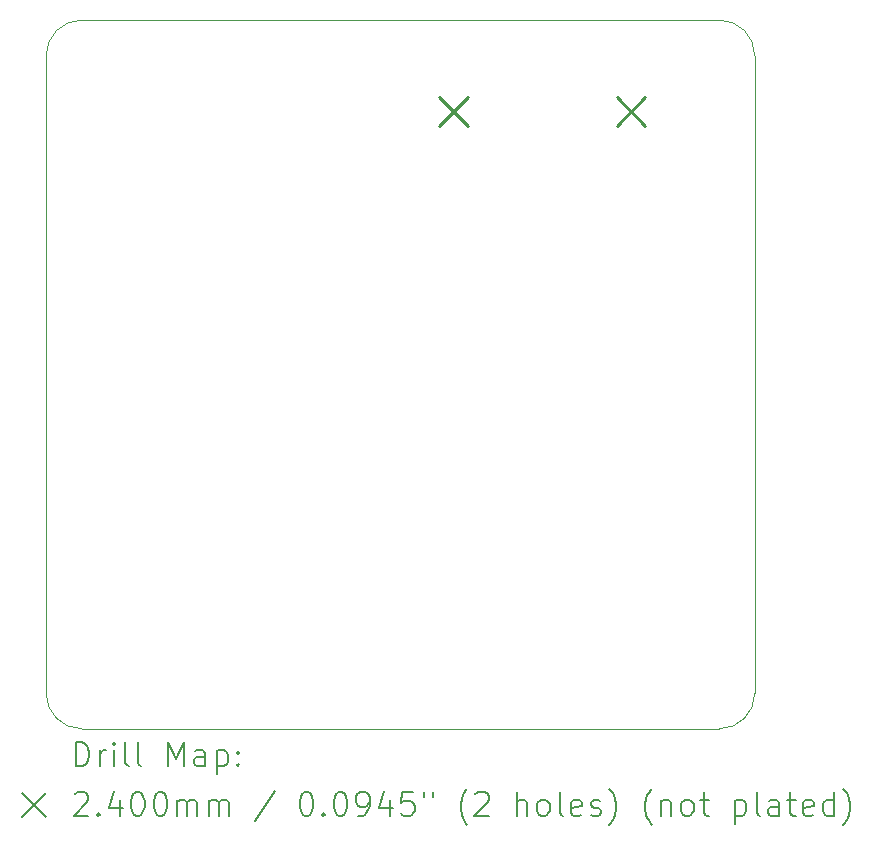
<source format=gbr>
%FSLAX45Y45*%
G04 Gerber Fmt 4.5, Leading zero omitted, Abs format (unit mm)*
G04 Created by KiCad (PCBNEW (6.0.2)) date 2022-04-04 11:25:59*
%MOMM*%
%LPD*%
G01*
G04 APERTURE LIST*
%TA.AperFunction,Profile*%
%ADD10C,0.100000*%
%TD*%
%ADD11C,0.200000*%
%ADD12C,0.240000*%
G04 APERTURE END LIST*
D10*
X17700000Y-14100000D02*
G75*
G03*
X18000000Y-13800000I0J300000D01*
G01*
X18000000Y-8400000D02*
X18000000Y-13800000D01*
X12300000Y-8100000D02*
G75*
G03*
X12000000Y-8400000I0J-300000D01*
G01*
X12000000Y-13800000D02*
G75*
G03*
X12300000Y-14100000I300000J0D01*
G01*
X12000000Y-13800000D02*
X12000000Y-8400000D01*
X12300000Y-8100000D02*
X17700000Y-8100000D01*
X12300000Y-14100000D02*
X17700000Y-14100000D01*
X18000000Y-8400000D02*
G75*
G03*
X17700000Y-8100000I-300000J0D01*
G01*
D11*
D12*
X15330000Y-8752500D02*
X15570000Y-8992500D01*
X15570000Y-8752500D02*
X15330000Y-8992500D01*
X16830000Y-8752500D02*
X17070000Y-8992500D01*
X17070000Y-8752500D02*
X16830000Y-8992500D01*
D11*
X12252619Y-14415476D02*
X12252619Y-14215476D01*
X12300238Y-14215476D01*
X12328809Y-14225000D01*
X12347857Y-14244048D01*
X12357381Y-14263095D01*
X12366905Y-14301190D01*
X12366905Y-14329762D01*
X12357381Y-14367857D01*
X12347857Y-14386905D01*
X12328809Y-14405952D01*
X12300238Y-14415476D01*
X12252619Y-14415476D01*
X12452619Y-14415476D02*
X12452619Y-14282143D01*
X12452619Y-14320238D02*
X12462143Y-14301190D01*
X12471667Y-14291667D01*
X12490714Y-14282143D01*
X12509762Y-14282143D01*
X12576428Y-14415476D02*
X12576428Y-14282143D01*
X12576428Y-14215476D02*
X12566905Y-14225000D01*
X12576428Y-14234524D01*
X12585952Y-14225000D01*
X12576428Y-14215476D01*
X12576428Y-14234524D01*
X12700238Y-14415476D02*
X12681190Y-14405952D01*
X12671667Y-14386905D01*
X12671667Y-14215476D01*
X12805000Y-14415476D02*
X12785952Y-14405952D01*
X12776428Y-14386905D01*
X12776428Y-14215476D01*
X13033571Y-14415476D02*
X13033571Y-14215476D01*
X13100238Y-14358333D01*
X13166905Y-14215476D01*
X13166905Y-14415476D01*
X13347857Y-14415476D02*
X13347857Y-14310714D01*
X13338333Y-14291667D01*
X13319286Y-14282143D01*
X13281190Y-14282143D01*
X13262143Y-14291667D01*
X13347857Y-14405952D02*
X13328809Y-14415476D01*
X13281190Y-14415476D01*
X13262143Y-14405952D01*
X13252619Y-14386905D01*
X13252619Y-14367857D01*
X13262143Y-14348809D01*
X13281190Y-14339286D01*
X13328809Y-14339286D01*
X13347857Y-14329762D01*
X13443095Y-14282143D02*
X13443095Y-14482143D01*
X13443095Y-14291667D02*
X13462143Y-14282143D01*
X13500238Y-14282143D01*
X13519286Y-14291667D01*
X13528809Y-14301190D01*
X13538333Y-14320238D01*
X13538333Y-14377381D01*
X13528809Y-14396428D01*
X13519286Y-14405952D01*
X13500238Y-14415476D01*
X13462143Y-14415476D01*
X13443095Y-14405952D01*
X13624048Y-14396428D02*
X13633571Y-14405952D01*
X13624048Y-14415476D01*
X13614524Y-14405952D01*
X13624048Y-14396428D01*
X13624048Y-14415476D01*
X13624048Y-14291667D02*
X13633571Y-14301190D01*
X13624048Y-14310714D01*
X13614524Y-14301190D01*
X13624048Y-14291667D01*
X13624048Y-14310714D01*
X11795000Y-14645000D02*
X11995000Y-14845000D01*
X11995000Y-14645000D02*
X11795000Y-14845000D01*
X12243095Y-14654524D02*
X12252619Y-14645000D01*
X12271667Y-14635476D01*
X12319286Y-14635476D01*
X12338333Y-14645000D01*
X12347857Y-14654524D01*
X12357381Y-14673571D01*
X12357381Y-14692619D01*
X12347857Y-14721190D01*
X12233571Y-14835476D01*
X12357381Y-14835476D01*
X12443095Y-14816428D02*
X12452619Y-14825952D01*
X12443095Y-14835476D01*
X12433571Y-14825952D01*
X12443095Y-14816428D01*
X12443095Y-14835476D01*
X12624048Y-14702143D02*
X12624048Y-14835476D01*
X12576428Y-14625952D02*
X12528809Y-14768809D01*
X12652619Y-14768809D01*
X12766905Y-14635476D02*
X12785952Y-14635476D01*
X12805000Y-14645000D01*
X12814524Y-14654524D01*
X12824048Y-14673571D01*
X12833571Y-14711667D01*
X12833571Y-14759286D01*
X12824048Y-14797381D01*
X12814524Y-14816428D01*
X12805000Y-14825952D01*
X12785952Y-14835476D01*
X12766905Y-14835476D01*
X12747857Y-14825952D01*
X12738333Y-14816428D01*
X12728809Y-14797381D01*
X12719286Y-14759286D01*
X12719286Y-14711667D01*
X12728809Y-14673571D01*
X12738333Y-14654524D01*
X12747857Y-14645000D01*
X12766905Y-14635476D01*
X12957381Y-14635476D02*
X12976428Y-14635476D01*
X12995476Y-14645000D01*
X13005000Y-14654524D01*
X13014524Y-14673571D01*
X13024048Y-14711667D01*
X13024048Y-14759286D01*
X13014524Y-14797381D01*
X13005000Y-14816428D01*
X12995476Y-14825952D01*
X12976428Y-14835476D01*
X12957381Y-14835476D01*
X12938333Y-14825952D01*
X12928809Y-14816428D01*
X12919286Y-14797381D01*
X12909762Y-14759286D01*
X12909762Y-14711667D01*
X12919286Y-14673571D01*
X12928809Y-14654524D01*
X12938333Y-14645000D01*
X12957381Y-14635476D01*
X13109762Y-14835476D02*
X13109762Y-14702143D01*
X13109762Y-14721190D02*
X13119286Y-14711667D01*
X13138333Y-14702143D01*
X13166905Y-14702143D01*
X13185952Y-14711667D01*
X13195476Y-14730714D01*
X13195476Y-14835476D01*
X13195476Y-14730714D02*
X13205000Y-14711667D01*
X13224048Y-14702143D01*
X13252619Y-14702143D01*
X13271667Y-14711667D01*
X13281190Y-14730714D01*
X13281190Y-14835476D01*
X13376428Y-14835476D02*
X13376428Y-14702143D01*
X13376428Y-14721190D02*
X13385952Y-14711667D01*
X13405000Y-14702143D01*
X13433571Y-14702143D01*
X13452619Y-14711667D01*
X13462143Y-14730714D01*
X13462143Y-14835476D01*
X13462143Y-14730714D02*
X13471667Y-14711667D01*
X13490714Y-14702143D01*
X13519286Y-14702143D01*
X13538333Y-14711667D01*
X13547857Y-14730714D01*
X13547857Y-14835476D01*
X13938333Y-14625952D02*
X13766905Y-14883095D01*
X14195476Y-14635476D02*
X14214524Y-14635476D01*
X14233571Y-14645000D01*
X14243095Y-14654524D01*
X14252619Y-14673571D01*
X14262143Y-14711667D01*
X14262143Y-14759286D01*
X14252619Y-14797381D01*
X14243095Y-14816428D01*
X14233571Y-14825952D01*
X14214524Y-14835476D01*
X14195476Y-14835476D01*
X14176428Y-14825952D01*
X14166905Y-14816428D01*
X14157381Y-14797381D01*
X14147857Y-14759286D01*
X14147857Y-14711667D01*
X14157381Y-14673571D01*
X14166905Y-14654524D01*
X14176428Y-14645000D01*
X14195476Y-14635476D01*
X14347857Y-14816428D02*
X14357381Y-14825952D01*
X14347857Y-14835476D01*
X14338333Y-14825952D01*
X14347857Y-14816428D01*
X14347857Y-14835476D01*
X14481190Y-14635476D02*
X14500238Y-14635476D01*
X14519286Y-14645000D01*
X14528809Y-14654524D01*
X14538333Y-14673571D01*
X14547857Y-14711667D01*
X14547857Y-14759286D01*
X14538333Y-14797381D01*
X14528809Y-14816428D01*
X14519286Y-14825952D01*
X14500238Y-14835476D01*
X14481190Y-14835476D01*
X14462143Y-14825952D01*
X14452619Y-14816428D01*
X14443095Y-14797381D01*
X14433571Y-14759286D01*
X14433571Y-14711667D01*
X14443095Y-14673571D01*
X14452619Y-14654524D01*
X14462143Y-14645000D01*
X14481190Y-14635476D01*
X14643095Y-14835476D02*
X14681190Y-14835476D01*
X14700238Y-14825952D01*
X14709762Y-14816428D01*
X14728809Y-14787857D01*
X14738333Y-14749762D01*
X14738333Y-14673571D01*
X14728809Y-14654524D01*
X14719286Y-14645000D01*
X14700238Y-14635476D01*
X14662143Y-14635476D01*
X14643095Y-14645000D01*
X14633571Y-14654524D01*
X14624048Y-14673571D01*
X14624048Y-14721190D01*
X14633571Y-14740238D01*
X14643095Y-14749762D01*
X14662143Y-14759286D01*
X14700238Y-14759286D01*
X14719286Y-14749762D01*
X14728809Y-14740238D01*
X14738333Y-14721190D01*
X14909762Y-14702143D02*
X14909762Y-14835476D01*
X14862143Y-14625952D02*
X14814524Y-14768809D01*
X14938333Y-14768809D01*
X15109762Y-14635476D02*
X15014524Y-14635476D01*
X15005000Y-14730714D01*
X15014524Y-14721190D01*
X15033571Y-14711667D01*
X15081190Y-14711667D01*
X15100238Y-14721190D01*
X15109762Y-14730714D01*
X15119286Y-14749762D01*
X15119286Y-14797381D01*
X15109762Y-14816428D01*
X15100238Y-14825952D01*
X15081190Y-14835476D01*
X15033571Y-14835476D01*
X15014524Y-14825952D01*
X15005000Y-14816428D01*
X15195476Y-14635476D02*
X15195476Y-14673571D01*
X15271667Y-14635476D02*
X15271667Y-14673571D01*
X15566905Y-14911667D02*
X15557381Y-14902143D01*
X15538333Y-14873571D01*
X15528809Y-14854524D01*
X15519286Y-14825952D01*
X15509762Y-14778333D01*
X15509762Y-14740238D01*
X15519286Y-14692619D01*
X15528809Y-14664048D01*
X15538333Y-14645000D01*
X15557381Y-14616428D01*
X15566905Y-14606905D01*
X15633571Y-14654524D02*
X15643095Y-14645000D01*
X15662143Y-14635476D01*
X15709762Y-14635476D01*
X15728809Y-14645000D01*
X15738333Y-14654524D01*
X15747857Y-14673571D01*
X15747857Y-14692619D01*
X15738333Y-14721190D01*
X15624048Y-14835476D01*
X15747857Y-14835476D01*
X15985952Y-14835476D02*
X15985952Y-14635476D01*
X16071667Y-14835476D02*
X16071667Y-14730714D01*
X16062143Y-14711667D01*
X16043095Y-14702143D01*
X16014524Y-14702143D01*
X15995476Y-14711667D01*
X15985952Y-14721190D01*
X16195476Y-14835476D02*
X16176428Y-14825952D01*
X16166905Y-14816428D01*
X16157381Y-14797381D01*
X16157381Y-14740238D01*
X16166905Y-14721190D01*
X16176428Y-14711667D01*
X16195476Y-14702143D01*
X16224048Y-14702143D01*
X16243095Y-14711667D01*
X16252619Y-14721190D01*
X16262143Y-14740238D01*
X16262143Y-14797381D01*
X16252619Y-14816428D01*
X16243095Y-14825952D01*
X16224048Y-14835476D01*
X16195476Y-14835476D01*
X16376428Y-14835476D02*
X16357381Y-14825952D01*
X16347857Y-14806905D01*
X16347857Y-14635476D01*
X16528809Y-14825952D02*
X16509762Y-14835476D01*
X16471667Y-14835476D01*
X16452619Y-14825952D01*
X16443095Y-14806905D01*
X16443095Y-14730714D01*
X16452619Y-14711667D01*
X16471667Y-14702143D01*
X16509762Y-14702143D01*
X16528809Y-14711667D01*
X16538333Y-14730714D01*
X16538333Y-14749762D01*
X16443095Y-14768809D01*
X16614524Y-14825952D02*
X16633571Y-14835476D01*
X16671667Y-14835476D01*
X16690714Y-14825952D01*
X16700238Y-14806905D01*
X16700238Y-14797381D01*
X16690714Y-14778333D01*
X16671667Y-14768809D01*
X16643095Y-14768809D01*
X16624048Y-14759286D01*
X16614524Y-14740238D01*
X16614524Y-14730714D01*
X16624048Y-14711667D01*
X16643095Y-14702143D01*
X16671667Y-14702143D01*
X16690714Y-14711667D01*
X16766905Y-14911667D02*
X16776428Y-14902143D01*
X16795476Y-14873571D01*
X16805000Y-14854524D01*
X16814524Y-14825952D01*
X16824048Y-14778333D01*
X16824048Y-14740238D01*
X16814524Y-14692619D01*
X16805000Y-14664048D01*
X16795476Y-14645000D01*
X16776428Y-14616428D01*
X16766905Y-14606905D01*
X17128810Y-14911667D02*
X17119286Y-14902143D01*
X17100238Y-14873571D01*
X17090714Y-14854524D01*
X17081190Y-14825952D01*
X17071667Y-14778333D01*
X17071667Y-14740238D01*
X17081190Y-14692619D01*
X17090714Y-14664048D01*
X17100238Y-14645000D01*
X17119286Y-14616428D01*
X17128810Y-14606905D01*
X17205000Y-14702143D02*
X17205000Y-14835476D01*
X17205000Y-14721190D02*
X17214524Y-14711667D01*
X17233571Y-14702143D01*
X17262143Y-14702143D01*
X17281190Y-14711667D01*
X17290714Y-14730714D01*
X17290714Y-14835476D01*
X17414524Y-14835476D02*
X17395476Y-14825952D01*
X17385952Y-14816428D01*
X17376429Y-14797381D01*
X17376429Y-14740238D01*
X17385952Y-14721190D01*
X17395476Y-14711667D01*
X17414524Y-14702143D01*
X17443095Y-14702143D01*
X17462143Y-14711667D01*
X17471667Y-14721190D01*
X17481190Y-14740238D01*
X17481190Y-14797381D01*
X17471667Y-14816428D01*
X17462143Y-14825952D01*
X17443095Y-14835476D01*
X17414524Y-14835476D01*
X17538333Y-14702143D02*
X17614524Y-14702143D01*
X17566905Y-14635476D02*
X17566905Y-14806905D01*
X17576429Y-14825952D01*
X17595476Y-14835476D01*
X17614524Y-14835476D01*
X17833571Y-14702143D02*
X17833571Y-14902143D01*
X17833571Y-14711667D02*
X17852619Y-14702143D01*
X17890714Y-14702143D01*
X17909762Y-14711667D01*
X17919286Y-14721190D01*
X17928810Y-14740238D01*
X17928810Y-14797381D01*
X17919286Y-14816428D01*
X17909762Y-14825952D01*
X17890714Y-14835476D01*
X17852619Y-14835476D01*
X17833571Y-14825952D01*
X18043095Y-14835476D02*
X18024048Y-14825952D01*
X18014524Y-14806905D01*
X18014524Y-14635476D01*
X18205000Y-14835476D02*
X18205000Y-14730714D01*
X18195476Y-14711667D01*
X18176429Y-14702143D01*
X18138333Y-14702143D01*
X18119286Y-14711667D01*
X18205000Y-14825952D02*
X18185952Y-14835476D01*
X18138333Y-14835476D01*
X18119286Y-14825952D01*
X18109762Y-14806905D01*
X18109762Y-14787857D01*
X18119286Y-14768809D01*
X18138333Y-14759286D01*
X18185952Y-14759286D01*
X18205000Y-14749762D01*
X18271667Y-14702143D02*
X18347857Y-14702143D01*
X18300238Y-14635476D02*
X18300238Y-14806905D01*
X18309762Y-14825952D01*
X18328810Y-14835476D01*
X18347857Y-14835476D01*
X18490714Y-14825952D02*
X18471667Y-14835476D01*
X18433571Y-14835476D01*
X18414524Y-14825952D01*
X18405000Y-14806905D01*
X18405000Y-14730714D01*
X18414524Y-14711667D01*
X18433571Y-14702143D01*
X18471667Y-14702143D01*
X18490714Y-14711667D01*
X18500238Y-14730714D01*
X18500238Y-14749762D01*
X18405000Y-14768809D01*
X18671667Y-14835476D02*
X18671667Y-14635476D01*
X18671667Y-14825952D02*
X18652619Y-14835476D01*
X18614524Y-14835476D01*
X18595476Y-14825952D01*
X18585952Y-14816428D01*
X18576429Y-14797381D01*
X18576429Y-14740238D01*
X18585952Y-14721190D01*
X18595476Y-14711667D01*
X18614524Y-14702143D01*
X18652619Y-14702143D01*
X18671667Y-14711667D01*
X18747857Y-14911667D02*
X18757381Y-14902143D01*
X18776429Y-14873571D01*
X18785952Y-14854524D01*
X18795476Y-14825952D01*
X18805000Y-14778333D01*
X18805000Y-14740238D01*
X18795476Y-14692619D01*
X18785952Y-14664048D01*
X18776429Y-14645000D01*
X18757381Y-14616428D01*
X18747857Y-14606905D01*
M02*

</source>
